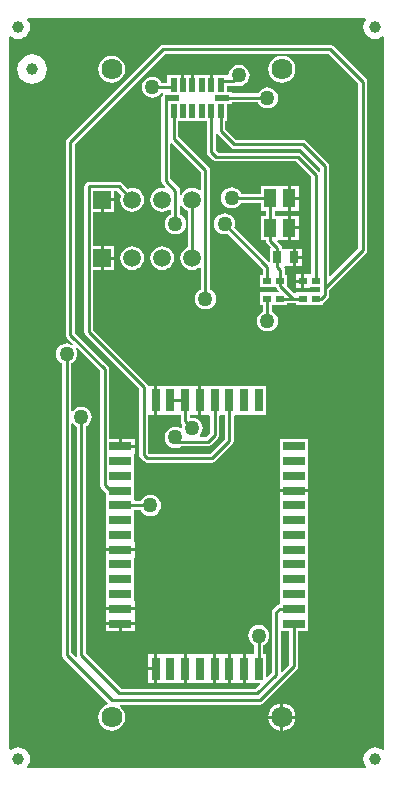
<source format=gbr>
%TF.GenerationSoftware,Altium Limited,Altium Designer,21.1.0 (24)*%
G04 Layer_Physical_Order=1*
G04 Layer_Color=255*
%FSLAX45Y45*%
%MOMM*%
%TF.SameCoordinates,49BA872B-5DCF-458F-AF9B-1BC46ABFEFE7*%
%TF.FilePolarity,Positive*%
%TF.FileFunction,Copper,L1,Top,Signal*%
%TF.Part,Single*%
G01*
G75*
%TA.AperFunction,Conductor*%
%ADD10C,0.25400*%
%TA.AperFunction,SMDPad,CuDef*%
%ADD11R,0.70000X0.60000*%
%ADD12R,0.55000X1.14500*%
%ADD13R,1.14500X0.55000*%
%ADD14R,1.90000X0.70000*%
%ADD15R,0.70000X1.90000*%
%ADD16R,1.10000X1.57000*%
%ADD17R,0.78000X0.99000*%
%TA.AperFunction,WasherPad*%
%ADD18C,0.99000*%
%TA.AperFunction,ComponentPad*%
%ADD19C,1.78500*%
%ADD20C,0.99000*%
%ADD21C,1.50000*%
%ADD22R,1.50000X1.50000*%
%TA.AperFunction,ViaPad*%
%ADD23C,1.27000*%
G36*
X3530431Y6363120D02*
X3519887Y6349379D01*
X3509861Y6325175D01*
X3506442Y6299200D01*
X3509861Y6273225D01*
X3519887Y6249021D01*
X3535836Y6228236D01*
X3556621Y6212287D01*
X3580825Y6202261D01*
X3606800Y6198842D01*
X3632775Y6202261D01*
X3656979Y6212287D01*
X3670720Y6222831D01*
X3683420Y6216568D01*
Y184232D01*
X3670720Y177969D01*
X3656979Y188513D01*
X3632775Y198539D01*
X3606800Y201958D01*
X3580825Y198539D01*
X3556621Y188513D01*
X3535836Y172564D01*
X3519887Y151779D01*
X3509861Y127575D01*
X3506442Y101600D01*
X3509861Y75625D01*
X3519887Y51421D01*
X3530431Y37680D01*
X3524168Y24980D01*
X666832D01*
X660569Y37680D01*
X671113Y51421D01*
X681139Y75625D01*
X684558Y101600D01*
X681139Y127575D01*
X671113Y151779D01*
X655164Y172564D01*
X634379Y188513D01*
X610175Y198539D01*
X584200Y201958D01*
X558225Y198539D01*
X534021Y188513D01*
X522860Y179949D01*
X510160Y186212D01*
Y6214588D01*
X522860Y6220851D01*
X534021Y6212287D01*
X558225Y6202261D01*
X584200Y6198842D01*
X610175Y6202261D01*
X634379Y6212287D01*
X655164Y6228236D01*
X671113Y6249021D01*
X681139Y6273225D01*
X684558Y6299200D01*
X681139Y6325175D01*
X671113Y6349379D01*
X660569Y6363120D01*
X666832Y6375820D01*
X3524168D01*
X3530431Y6363120D01*
D02*
G37*
%LPC*%
G36*
X2817839Y6058508D02*
X2788144Y6054599D01*
X2760473Y6043137D01*
X2736712Y6024904D01*
X2718478Y6001142D01*
X2707017Y5973471D01*
X2703107Y5943776D01*
X2707017Y5914082D01*
X2718478Y5886410D01*
X2736712Y5862649D01*
X2760473Y5844416D01*
X2788144Y5832954D01*
X2817839Y5829045D01*
X2847534Y5832954D01*
X2875205Y5844416D01*
X2898966Y5862649D01*
X2917199Y5886410D01*
X2928661Y5914082D01*
X2932570Y5943776D01*
X2928661Y5973471D01*
X2917199Y6001142D01*
X2898966Y6024904D01*
X2875205Y6043137D01*
X2847534Y6054599D01*
X2817839Y6058508D01*
D02*
G37*
G36*
X1375835D02*
X1346141Y6054599D01*
X1318469Y6043137D01*
X1294708Y6024904D01*
X1276475Y6001142D01*
X1265013Y5973471D01*
X1261104Y5943776D01*
X1265013Y5914082D01*
X1276475Y5886410D01*
X1294708Y5862649D01*
X1318469Y5844416D01*
X1346141Y5832954D01*
X1375835Y5829045D01*
X1405530Y5832954D01*
X1433201Y5844416D01*
X1456963Y5862649D01*
X1475196Y5886410D01*
X1486657Y5914082D01*
X1490567Y5943776D01*
X1486657Y5973471D01*
X1475196Y6001142D01*
X1456963Y6024904D01*
X1433201Y6043137D01*
X1405530Y6054599D01*
X1375835Y6058508D01*
D02*
G37*
G36*
X702837Y6068342D02*
X670597Y6064098D01*
X640554Y6051654D01*
X614755Y6031858D01*
X594959Y6006059D01*
X582515Y5976016D01*
X578271Y5943776D01*
X582515Y5911536D01*
X594959Y5881493D01*
X614755Y5855695D01*
X640554Y5835899D01*
X670597Y5823455D01*
X702837Y5819210D01*
X735077Y5823455D01*
X765120Y5835899D01*
X790918Y5855695D01*
X810714Y5881493D01*
X823158Y5911536D01*
X827403Y5943776D01*
X823158Y5976016D01*
X810714Y6006059D01*
X790918Y6031858D01*
X765120Y6051654D01*
X735077Y6064098D01*
X702837Y6068342D01*
D02*
G37*
G36*
X3226703Y6150072D02*
X1812141D01*
X1797626Y6147184D01*
X1785321Y6138962D01*
X997703Y5351344D01*
X989481Y5339039D01*
X986594Y5324524D01*
Y3696603D01*
X989481Y3682088D01*
X997703Y3669783D01*
X1047641Y3619845D01*
X1039249Y3610276D01*
X1038423Y3610911D01*
X1017015Y3619778D01*
X994043Y3622802D01*
X971070Y3619778D01*
X949663Y3610911D01*
X931280Y3596805D01*
X917175Y3578423D01*
X908308Y3557015D01*
X905283Y3534043D01*
X908308Y3511070D01*
X917175Y3489663D01*
X931280Y3471280D01*
X949663Y3457175D01*
X956114Y3454503D01*
Y987157D01*
X959001Y972642D01*
X967223Y960338D01*
X1346154Y581406D01*
X1346150Y577294D01*
X1342509Y567091D01*
X1318469Y557133D01*
X1294708Y538900D01*
X1276475Y515138D01*
X1265013Y487467D01*
X1261104Y457773D01*
X1265013Y428078D01*
X1276475Y400407D01*
X1294708Y376645D01*
X1318469Y358412D01*
X1346141Y346950D01*
X1375835Y343041D01*
X1405530Y346950D01*
X1433201Y358412D01*
X1456963Y376645D01*
X1475196Y400407D01*
X1486657Y428078D01*
X1490567Y457773D01*
X1486657Y487467D01*
X1475196Y515138D01*
X1456963Y538900D01*
X1443316Y549371D01*
X1447628Y562071D01*
X2632000D01*
X2646515Y564958D01*
X2658820Y573180D01*
X2946182Y860543D01*
X2954404Y872848D01*
X2957292Y887363D01*
Y1190504D01*
X3039498D01*
Y1309503D01*
X3039498D01*
Y1315503D01*
X3039498D01*
Y1427800D01*
X3039498Y1434502D01*
X3039498Y1447202D01*
Y1552804D01*
X3039498Y1559501D01*
X3039498Y1572201D01*
Y1677802D01*
X3039498Y1684504D01*
X3039498Y1697204D01*
Y1802801D01*
X3039498Y1809503D01*
X3039498Y1822203D01*
Y1927804D01*
X3039498Y1934501D01*
X3039498Y1947201D01*
Y2052803D01*
X3039498Y2059505D01*
X3039498Y2072205D01*
Y2177801D01*
X3039498Y2184503D01*
X3039498Y2197203D01*
Y2302279D01*
X3040398Y2314605D01*
X3040398Y2321829D01*
Y2362305D01*
X2799598D01*
Y2321829D01*
X2799598Y2314605D01*
X2800498Y2302279D01*
Y2197203D01*
X2800498Y2190502D01*
X2800498Y2177801D01*
Y2072205D01*
X2800498Y2065503D01*
X2800498Y2052803D01*
Y1947201D01*
X2800498Y1940505D01*
X2800498Y1927804D01*
Y1822203D01*
X2800498Y1815501D01*
X2800498Y1802801D01*
Y1697204D01*
X2800498Y1690503D01*
X2800498Y1677802D01*
Y1572201D01*
X2800498Y1565504D01*
X2800498Y1552804D01*
Y1447202D01*
X2800498Y1440501D01*
X2800498Y1427800D01*
Y1412931D01*
X2797402D01*
X2782887Y1410044D01*
X2770582Y1401822D01*
X2741780Y1373020D01*
X2733558Y1360715D01*
X2730671Y1346200D01*
Y834311D01*
X2693731Y797371D01*
X2681998Y802231D01*
Y988605D01*
X2660426D01*
Y1069128D01*
X2666878Y1071800D01*
X2685260Y1085905D01*
X2699366Y1104288D01*
X2708233Y1125695D01*
X2711257Y1148668D01*
X2708233Y1171641D01*
X2699366Y1193048D01*
X2685260Y1211430D01*
X2666878Y1225536D01*
X2645470Y1234403D01*
X2622498Y1237427D01*
X2599525Y1234403D01*
X2578118Y1225536D01*
X2559735Y1211430D01*
X2545630Y1193048D01*
X2536763Y1171641D01*
X2533738Y1148668D01*
X2536763Y1125695D01*
X2545630Y1104288D01*
X2559735Y1085905D01*
X2578118Y1071800D01*
X2584569Y1069128D01*
Y997586D01*
X2575588Y988605D01*
X2570225D01*
X2557899Y989505D01*
X2550670Y989505D01*
X2510199D01*
Y869105D01*
Y748705D01*
X2550670D01*
X2557899Y748705D01*
X2570225Y749605D01*
X2629372D01*
X2634232Y737872D01*
X2594690Y698329D01*
X1455311D01*
X1155529Y998111D01*
Y2917660D01*
X1161980Y2920332D01*
X1180362Y2934438D01*
X1194468Y2952820D01*
X1203335Y2974227D01*
X1206360Y2997200D01*
X1203335Y3020173D01*
X1194468Y3041580D01*
X1180362Y3059962D01*
X1161980Y3074068D01*
X1140573Y3082935D01*
X1117600Y3085960D01*
X1094627Y3082935D01*
X1073220Y3074068D01*
X1054838Y3059962D01*
X1044672Y3046714D01*
X1031972Y3051025D01*
Y3454503D01*
X1038423Y3457175D01*
X1056805Y3471280D01*
X1070911Y3489663D01*
X1079778Y3511070D01*
X1082802Y3534043D01*
X1079778Y3557015D01*
X1070911Y3578423D01*
X1070277Y3579249D01*
X1079845Y3587641D01*
X1278694Y3388792D01*
Y2426603D01*
X1281581Y2412088D01*
X1289803Y2399783D01*
X1330498Y2359088D01*
Y2322202D01*
X1330498Y2315505D01*
X1330498Y2302805D01*
Y2197203D01*
X1330498Y2190502D01*
X1330498Y2177801D01*
Y2072205D01*
X1330498Y2065503D01*
X1330498Y2052803D01*
Y1947727D01*
X1329598Y1935401D01*
X1329598Y1928177D01*
Y1887701D01*
X1570398D01*
Y1928177D01*
X1570398Y1935401D01*
X1569498Y1947727D01*
Y2052803D01*
X1569498Y2059505D01*
X1569498Y2072205D01*
Y2177801D01*
X1569498Y2184503D01*
X1569498Y2197203D01*
Y2212017D01*
X1624450D01*
X1627145Y2205510D01*
X1641251Y2187127D01*
X1659633Y2173022D01*
X1681041Y2164155D01*
X1704013Y2161130D01*
X1726986Y2164155D01*
X1748393Y2173022D01*
X1766776Y2187127D01*
X1780881Y2205510D01*
X1789749Y2226917D01*
X1792773Y2249890D01*
X1789749Y2272863D01*
X1780881Y2294270D01*
X1766776Y2312652D01*
X1748393Y2326758D01*
X1726986Y2335625D01*
X1704013Y2338649D01*
X1681041Y2335625D01*
X1659633Y2326758D01*
X1641251Y2312652D01*
X1627145Y2294270D01*
X1624496Y2287875D01*
X1578478D01*
X1569498Y2296855D01*
X1569498Y2309502D01*
X1569498Y2322202D01*
Y2427804D01*
X1569498Y2434505D01*
X1569499D01*
Y2440504D01*
X1569498D01*
Y2559503D01*
X1569499D01*
Y2565503D01*
X1569498D01*
Y2684502D01*
X1569499D01*
X1570399Y2689601D01*
X1570398Y2689601D01*
X1570398Y2696829D01*
Y2737301D01*
X1449998D01*
Y2750001D01*
X1437298D01*
Y2810401D01*
X1354552D01*
Y3404503D01*
X1351665Y3419017D01*
X1343443Y3431322D01*
X1062452Y3712313D01*
Y5308814D01*
X1827852Y6074214D01*
X3210992D01*
X3462073Y5823133D01*
Y4424814D01*
X3228105Y4190846D01*
X3216372Y4195706D01*
Y5123712D01*
X3213485Y5138226D01*
X3205263Y5150531D01*
X3022011Y5333782D01*
X3009707Y5342004D01*
X2995192Y5344892D01*
X2429613D01*
X2337933Y5436572D01*
Y5508555D01*
X2352004D01*
Y5648007D01*
X2391553D01*
Y5662079D01*
X2615464D01*
X2618136Y5655627D01*
X2632242Y5637245D01*
X2650625Y5623139D01*
X2672032Y5614272D01*
X2695005Y5611248D01*
X2717977Y5614272D01*
X2739384Y5623139D01*
X2757767Y5637245D01*
X2771873Y5655627D01*
X2780740Y5677035D01*
X2783764Y5700007D01*
X2780740Y5722980D01*
X2771873Y5744387D01*
X2757767Y5762770D01*
X2739384Y5776875D01*
X2717977Y5785743D01*
X2695005Y5788767D01*
X2672032Y5785743D01*
X2650625Y5776875D01*
X2632242Y5762770D01*
X2618136Y5744387D01*
X2615464Y5737936D01*
X2391553D01*
Y5752007D01*
X2352004D01*
Y5802434D01*
X2403743D01*
X2418258Y5805321D01*
X2423450Y5808791D01*
X2431570Y5805428D01*
X2454543Y5802403D01*
X2477515Y5805428D01*
X2498923Y5814295D01*
X2517305Y5828400D01*
X2531411Y5846783D01*
X2540278Y5868190D01*
X2543302Y5891163D01*
X2540278Y5914135D01*
X2531411Y5935543D01*
X2517305Y5953925D01*
X2498923Y5968031D01*
X2477515Y5976898D01*
X2454543Y5979922D01*
X2431570Y5976898D01*
X2410163Y5968031D01*
X2391780Y5953925D01*
X2377675Y5935543D01*
X2368808Y5914135D01*
X2366801Y5898891D01*
X2354247Y5890412D01*
X2353420Y5890358D01*
X2352004Y5890891D01*
Y5891455D01*
X2272904D01*
Y5892355D01*
X2232704D01*
Y5809705D01*
X2207304D01*
Y5892355D01*
X2167104D01*
Y5891455D01*
X2112904D01*
Y5892355D01*
X2072705D01*
Y5809705D01*
X2047305D01*
Y5892355D01*
X1992705D01*
Y5809705D01*
X1967305D01*
Y5892355D01*
X1927105D01*
Y5891455D01*
X1848005D01*
Y5830032D01*
X1800023D01*
X1797351Y5836483D01*
X1783245Y5854865D01*
X1764863Y5868971D01*
X1743455Y5877838D01*
X1720483Y5880862D01*
X1697510Y5877838D01*
X1676103Y5868971D01*
X1657720Y5854865D01*
X1643615Y5836483D01*
X1634748Y5815075D01*
X1631723Y5792103D01*
X1634748Y5769130D01*
X1643615Y5747723D01*
X1657720Y5729340D01*
X1676103Y5715235D01*
X1697510Y5706368D01*
X1720483Y5703343D01*
X1743455Y5706368D01*
X1764863Y5715235D01*
X1783245Y5729340D01*
X1795756Y5745644D01*
X1803909Y5744481D01*
X1808456Y5742234D01*
Y5727156D01*
X1807963Y5726827D01*
X1799741Y5714522D01*
X1796854Y5700007D01*
Y4997083D01*
X1799741Y4982568D01*
X1807963Y4970263D01*
X1829834Y4948392D01*
X1823902Y4936363D01*
X1803404Y4939062D01*
X1777429Y4935642D01*
X1753224Y4925617D01*
X1732440Y4909668D01*
X1716491Y4888883D01*
X1706465Y4864678D01*
X1703045Y4838704D01*
X1706465Y4812729D01*
X1716491Y4788524D01*
X1732440Y4767740D01*
X1753224Y4751791D01*
X1777429Y4741765D01*
X1803404Y4738345D01*
X1829378Y4741765D01*
X1853583Y4751791D01*
X1865434Y4760884D01*
X1878134Y4754621D01*
Y4713403D01*
X1871683Y4710731D01*
X1853300Y4696625D01*
X1839195Y4678243D01*
X1830328Y4656835D01*
X1827303Y4633863D01*
X1830328Y4610890D01*
X1839195Y4589483D01*
X1853300Y4571100D01*
X1871683Y4556995D01*
X1893090Y4548128D01*
X1916063Y4545103D01*
X1939035Y4548128D01*
X1960443Y4556995D01*
X1978825Y4571100D01*
X1992931Y4589483D01*
X2001798Y4610890D01*
X2004822Y4633863D01*
X2001798Y4656835D01*
X1992931Y4678243D01*
X1978825Y4696625D01*
X1960443Y4710731D01*
X1953992Y4713403D01*
Y4795170D01*
X1966692Y4797696D01*
X1970491Y4788524D01*
X1986440Y4767740D01*
X2007224Y4751791D01*
X2019475Y4746716D01*
Y4590689D01*
X2019471Y4435387D01*
X2007219Y4430311D01*
X1986434Y4414363D01*
X1970486Y4393578D01*
X1960460Y4369373D01*
X1957040Y4343398D01*
X1960460Y4317424D01*
X1970486Y4293219D01*
X1986434Y4272434D01*
X2007219Y4256486D01*
X2031424Y4246460D01*
X2057398Y4243040D01*
X2083373Y4246460D01*
X2107578Y4256486D01*
X2119434Y4265583D01*
X2132134Y4259320D01*
Y4078403D01*
X2125683Y4075731D01*
X2107300Y4061625D01*
X2093195Y4043243D01*
X2084328Y4021835D01*
X2081303Y3998863D01*
X2084328Y3975890D01*
X2093195Y3954483D01*
X2107300Y3936100D01*
X2125683Y3921995D01*
X2147090Y3913128D01*
X2170063Y3910103D01*
X2193035Y3913128D01*
X2214443Y3921995D01*
X2232825Y3936100D01*
X2246931Y3954483D01*
X2255798Y3975890D01*
X2258822Y3998863D01*
X2255798Y4021835D01*
X2246931Y4043243D01*
X2232825Y4061625D01*
X2214443Y4075731D01*
X2207992Y4078403D01*
Y5085983D01*
X2205104Y5100498D01*
X2196882Y5112803D01*
X1937934Y5371751D01*
Y5508555D01*
X2182075D01*
Y5242528D01*
X2184963Y5228013D01*
X2192045Y5217413D01*
X2193184Y5215708D01*
X2200272Y5207915D01*
X2200622Y5208265D01*
X2235709Y5173179D01*
X2248014Y5164957D01*
X2262529Y5162069D01*
X2934290D01*
X3067072Y5029287D01*
Y4207888D01*
X3055404Y4205398D01*
X3055404Y4205398D01*
X3055403Y4205398D01*
X3007704D01*
Y4149998D01*
Y4094598D01*
X3055404D01*
Y4095498D01*
X3140514D01*
Y4054496D01*
X2935504D01*
Y4051721D01*
X2922804Y4046460D01*
X2864502Y4104762D01*
Y4204498D01*
X2842931D01*
Y4244999D01*
X2840043Y4259514D01*
X2837519Y4263292D01*
X2843496Y4275976D01*
X2855603Y4275092D01*
X2855830Y4275092D01*
X2907303D01*
Y4349992D01*
X2920003D01*
D01*
X2907303D01*
Y4424892D01*
X2855830D01*
X2855603Y4424893D01*
X2843278Y4423993D01*
X2842903Y4423992D01*
X2817932D01*
Y4430002D01*
X2815045Y4444517D01*
X2806823Y4456822D01*
X2778379Y4485266D01*
X2783239Y4496999D01*
X2788273D01*
X2800599Y4496099D01*
X2810825Y4496099D01*
X2868299D01*
Y4599999D01*
Y4703899D01*
X2810825D01*
X2800599Y4703900D01*
X2788273Y4702999D01*
X2756926D01*
Y4746996D01*
X2788273D01*
X2800599Y4746096D01*
X2810825Y4746096D01*
X2868299D01*
Y4849996D01*
Y4953896D01*
X2810825D01*
X2800599Y4953897D01*
X2788273Y4952996D01*
X2639497D01*
Y4887925D01*
X2472864D01*
X2468099Y4899431D01*
X2453993Y4917813D01*
X2435611Y4931919D01*
X2414203Y4940786D01*
X2391231Y4943811D01*
X2368258Y4940786D01*
X2346851Y4931919D01*
X2328468Y4917813D01*
X2314363Y4899431D01*
X2305496Y4878024D01*
X2302471Y4855051D01*
X2305496Y4832078D01*
X2314363Y4810671D01*
X2328468Y4792289D01*
X2346851Y4778183D01*
X2368258Y4769316D01*
X2391231Y4766291D01*
X2414203Y4769316D01*
X2435611Y4778183D01*
X2453993Y4792289D01*
X2468099Y4810671D01*
X2468677Y4812068D01*
X2639497D01*
Y4746996D01*
X2681069D01*
Y4702999D01*
X2639497D01*
Y4496999D01*
X2681069D01*
Y4491008D01*
X2683956Y4476493D01*
X2692178Y4464188D01*
X2721151Y4435215D01*
X2716503Y4423992D01*
X2716503D01*
Y4319377D01*
X2704770Y4314517D01*
X2414848Y4604439D01*
X2417520Y4610890D01*
X2420544Y4633863D01*
X2417520Y4656835D01*
X2408653Y4678243D01*
X2394547Y4696625D01*
X2376164Y4710731D01*
X2354757Y4719598D01*
X2331785Y4722622D01*
X2308812Y4719598D01*
X2287405Y4710731D01*
X2269022Y4696625D01*
X2254916Y4678243D01*
X2246049Y4656835D01*
X2243025Y4633863D01*
X2246049Y4610890D01*
X2254916Y4589483D01*
X2269022Y4571100D01*
X2287405Y4556995D01*
X2308812Y4548128D01*
X2331785Y4545103D01*
X2354757Y4548128D01*
X2361208Y4550800D01*
X2657076Y4254932D01*
Y4204498D01*
X2635505D01*
Y4095498D01*
X2770368D01*
X2778182Y4083803D01*
X2795756Y4066229D01*
X2790896Y4054496D01*
X2635505D01*
Y3945496D01*
X2657076D01*
Y3891281D01*
X2650625Y3888609D01*
X2632242Y3874503D01*
X2618136Y3856121D01*
X2609269Y3834714D01*
X2606245Y3811741D01*
X2609269Y3788768D01*
X2618136Y3767361D01*
X2632242Y3748979D01*
X2650625Y3734873D01*
X2672032Y3726006D01*
X2695005Y3722981D01*
X2717977Y3726006D01*
X2739384Y3734873D01*
X2757767Y3748979D01*
X2771873Y3767361D01*
X2780740Y3788768D01*
X2783764Y3811741D01*
X2780740Y3834714D01*
X2771873Y3856121D01*
X2757767Y3874503D01*
X2739384Y3888609D01*
X2732933Y3891281D01*
Y3945496D01*
X2864502D01*
Y3962067D01*
X2935504D01*
Y3945496D01*
X3164501D01*
Y3964956D01*
X3164515Y3964959D01*
X3176819Y3973181D01*
X3205263Y4001624D01*
X3213485Y4013929D01*
X3216372Y4028444D01*
Y4071834D01*
X3526821Y4382284D01*
X3535043Y4394588D01*
X3537930Y4409103D01*
Y5838844D01*
X3535043Y5853358D01*
X3526821Y5865663D01*
X3253522Y6138962D01*
X3241218Y6147184D01*
X3226703Y6150072D01*
D02*
G37*
G36*
X2893699Y4953896D02*
Y4862696D01*
X2961398D01*
Y4953896D01*
X2893699D01*
D02*
G37*
G36*
X2961398Y4837296D02*
X2893699D01*
Y4746096D01*
X2961398D01*
Y4837296D01*
D02*
G37*
G36*
X1436744Y4989292D02*
X1182003D01*
X1167488Y4986404D01*
X1155183Y4978182D01*
X1146961Y4965878D01*
X1144074Y4951363D01*
Y3716923D01*
X1146961Y3702408D01*
X1155183Y3690103D01*
X1608894Y3236392D01*
Y2680603D01*
X1611781Y2666088D01*
X1620003Y2653783D01*
X1650483Y2623303D01*
X1662788Y2615081D01*
X1677303Y2612194D01*
X2227721D01*
X2242236Y2615081D01*
X2254540Y2623303D01*
X2399321Y2768083D01*
X2407543Y2780388D01*
X2410430Y2794903D01*
Y3010623D01*
X2419410Y3019603D01*
X2432001Y3019603D01*
X2444701Y3019603D01*
X2550297D01*
X2556999Y3019603D01*
X2569699Y3019603D01*
X2681998D01*
Y3258603D01*
X2569699D01*
X2562998Y3258603D01*
X2550297Y3258603D01*
X2444701D01*
X2437999Y3258603D01*
X2425299Y3258603D01*
X2319702D01*
X2313001Y3258603D01*
X2300300Y3258603D01*
X2195225D01*
X2182899Y3259503D01*
X2175675Y3259503D01*
X2135199D01*
Y3139103D01*
Y3018703D01*
X2175675D01*
X2182899Y3018703D01*
X2195225Y3019603D01*
X2200593D01*
X2209573Y3010623D01*
Y2864609D01*
X2173890Y2828925D01*
X2124614D01*
X2121912Y2836885D01*
X2121268Y2841625D01*
X2135171Y2859743D01*
X2144038Y2881150D01*
X2147062Y2904123D01*
X2144038Y2927095D01*
X2135171Y2948503D01*
X2121065Y2966885D01*
X2102683Y2980991D01*
X2081275Y2989858D01*
X2058303Y2992882D01*
X2044978Y2991128D01*
X2036652Y2998429D01*
X2036377Y3011571D01*
X2044409Y3019603D01*
X2049773D01*
X2062099Y3018703D01*
X2069328Y3018703D01*
X2109799D01*
Y3139103D01*
Y3259503D01*
X2069328D01*
X2062099Y3259503D01*
X2049773Y3258603D01*
X1938001D01*
Y3258604D01*
X1932001D01*
Y3258603D01*
X1820224D01*
X1807898Y3259503D01*
X1800674Y3259503D01*
X1760198D01*
Y3139103D01*
Y3018703D01*
X1800674D01*
X1807898Y3018703D01*
X1820224Y3019603D01*
X1932001D01*
Y3019603D01*
X1938001D01*
Y3019603D01*
X1959571D01*
Y2964925D01*
X1962459Y2950410D01*
X1970681Y2938106D01*
X1975240Y2933547D01*
X1972568Y2927095D01*
X1970398Y2910620D01*
X1966731Y2907537D01*
X1957956Y2903605D01*
X1957249Y2903574D01*
X1939035Y2911118D01*
X1916063Y2914142D01*
X1893090Y2911118D01*
X1871683Y2902251D01*
X1853300Y2888145D01*
X1839195Y2869763D01*
X1830328Y2848355D01*
X1827303Y2825383D01*
X1830328Y2802410D01*
X1839195Y2781003D01*
X1853300Y2762620D01*
X1871683Y2748515D01*
X1893090Y2739648D01*
X1916063Y2736623D01*
X1939035Y2739648D01*
X1960443Y2748515D01*
X1966376Y2753067D01*
X2189600D01*
X2204115Y2755955D01*
X2216420Y2764177D01*
X2274322Y2822078D01*
X2282544Y2834383D01*
X2285431Y2848898D01*
Y3010623D01*
X2294411Y3019603D01*
X2307002Y3019603D01*
X2319702Y3019603D01*
X2334572D01*
Y2810613D01*
X2212010Y2688052D01*
X1693013D01*
X1684752Y2696313D01*
Y3006975D01*
X1687098Y3018703D01*
X1697452Y3018703D01*
X1734798D01*
Y3139103D01*
Y3259503D01*
X1691222Y3259503D01*
X1682153Y3266399D01*
X1680076Y3269294D01*
X1673643Y3278922D01*
X1219932Y3732633D01*
Y4242999D01*
X1282698D01*
Y4343398D01*
Y4443798D01*
X1219932D01*
Y4738304D01*
X1282704D01*
Y4838704D01*
X1295404D01*
Y4851404D01*
X1395803D01*
Y4913434D01*
X1421034D01*
X1457539Y4876929D01*
X1452465Y4864678D01*
X1449045Y4838704D01*
X1452465Y4812729D01*
X1462491Y4788524D01*
X1478440Y4767740D01*
X1499224Y4751791D01*
X1523429Y4741765D01*
X1549404Y4738345D01*
X1575378Y4741765D01*
X1599583Y4751791D01*
X1620368Y4767740D01*
X1636317Y4788524D01*
X1646342Y4812729D01*
X1649762Y4838704D01*
X1646342Y4864678D01*
X1636317Y4888883D01*
X1620368Y4909668D01*
X1599583Y4925617D01*
X1575378Y4935642D01*
X1549404Y4939062D01*
X1523429Y4935642D01*
X1511178Y4930568D01*
X1463564Y4978182D01*
X1451259Y4986404D01*
X1436744Y4989292D01*
D02*
G37*
G36*
X1395803Y4826004D02*
X1308104D01*
Y4738304D01*
X1395803D01*
Y4826004D01*
D02*
G37*
G36*
X2893699Y4703899D02*
Y4612699D01*
X2961398D01*
Y4703899D01*
X2893699D01*
D02*
G37*
G36*
X2961398Y4587299D02*
X2893699D01*
Y4496099D01*
X2961398D01*
Y4587299D01*
D02*
G37*
G36*
X2932703Y4424892D02*
Y4362692D01*
X2984403D01*
Y4424892D01*
X2932703D01*
D02*
G37*
G36*
X1395798Y4443798D02*
X1308098D01*
Y4356098D01*
X1395798D01*
Y4443798D01*
D02*
G37*
G36*
X2984403Y4337292D02*
X2932703D01*
Y4275092D01*
X2984403D01*
Y4337292D01*
D02*
G37*
G36*
X1803398Y4443757D02*
X1777424Y4440337D01*
X1753219Y4430311D01*
X1732434Y4414363D01*
X1716486Y4393578D01*
X1706460Y4369373D01*
X1703040Y4343398D01*
X1706460Y4317424D01*
X1716486Y4293219D01*
X1732434Y4272434D01*
X1753219Y4256486D01*
X1777424Y4246460D01*
X1803398Y4243040D01*
X1829373Y4246460D01*
X1853578Y4256486D01*
X1874363Y4272434D01*
X1890311Y4293219D01*
X1900337Y4317424D01*
X1903757Y4343398D01*
X1900337Y4369373D01*
X1890311Y4393578D01*
X1874363Y4414363D01*
X1853578Y4430311D01*
X1829373Y4440337D01*
X1803398Y4443757D01*
D02*
G37*
G36*
X1549398D02*
X1523424Y4440337D01*
X1499219Y4430311D01*
X1478434Y4414363D01*
X1462486Y4393578D01*
X1452460Y4369373D01*
X1449040Y4343398D01*
X1452460Y4317424D01*
X1462486Y4293219D01*
X1478434Y4272434D01*
X1499219Y4256486D01*
X1523424Y4246460D01*
X1549398Y4243040D01*
X1575373Y4246460D01*
X1599578Y4256486D01*
X1620363Y4272434D01*
X1636311Y4293219D01*
X1646337Y4317424D01*
X1649757Y4343398D01*
X1646337Y4369373D01*
X1636311Y4393578D01*
X1620363Y4414363D01*
X1599578Y4430311D01*
X1575373Y4440337D01*
X1549398Y4443757D01*
D02*
G37*
G36*
X1395798Y4330698D02*
X1308098D01*
Y4242999D01*
X1395798D01*
Y4330698D01*
D02*
G37*
G36*
X2982304Y4205398D02*
X2934604D01*
Y4162698D01*
X2982304D01*
Y4205398D01*
D02*
G37*
G36*
Y4137298D02*
X2934604D01*
Y4094598D01*
X2982304D01*
Y4137298D01*
D02*
G37*
G36*
X1570398Y2810401D02*
X1462698D01*
Y2762701D01*
X1570398D01*
Y2810401D01*
D02*
G37*
G36*
X3039498Y2809501D02*
X2800498D01*
Y2697202D01*
X2800498Y2690501D01*
X2800498Y2677800D01*
Y2572204D01*
X2800498Y2565502D01*
X2800498Y2552802D01*
Y2447731D01*
X2799598Y2435405D01*
X2799598Y2428176D01*
Y2387705D01*
X3040398D01*
Y2428176D01*
X3040398Y2435405D01*
X3039498Y2447731D01*
Y2552802D01*
X3039498Y2559504D01*
X3039498Y2572204D01*
Y2677800D01*
X3039498Y2684502D01*
X3039498Y2697202D01*
Y2809501D01*
D02*
G37*
G36*
X1570398Y1862301D02*
X1329598D01*
Y1821830D01*
X1329598Y1814601D01*
X1330498Y1802275D01*
Y1697204D01*
X1330498Y1690503D01*
X1330498Y1677802D01*
Y1572201D01*
X1330498Y1565504D01*
X1330498Y1552804D01*
Y1447728D01*
X1329598Y1435402D01*
X1329598Y1428173D01*
Y1387702D01*
X1570398D01*
Y1428173D01*
X1570398Y1435402D01*
X1569498Y1447728D01*
Y1552804D01*
X1569498Y1559501D01*
X1569498Y1572201D01*
Y1677802D01*
X1569498Y1684504D01*
X1569498Y1697204D01*
Y1802275D01*
X1570398Y1814601D01*
X1570398Y1821830D01*
Y1862301D01*
D02*
G37*
G36*
Y1362302D02*
X1329598D01*
Y1323104D01*
X1329598Y1314602D01*
X1329598Y1301902D01*
Y1262704D01*
X1570398D01*
Y1301902D01*
X1570398Y1310404D01*
X1570398Y1323104D01*
Y1362302D01*
D02*
G37*
G36*
Y1237304D02*
X1462698D01*
Y1189604D01*
X1570398D01*
Y1237304D01*
D02*
G37*
G36*
X1437298D02*
X1329598D01*
Y1189604D01*
X1437298D01*
Y1237304D01*
D02*
G37*
G36*
X2437099Y989505D02*
X2424399Y989505D01*
X2385201D01*
Y869105D01*
Y748705D01*
X2424399D01*
X2432901Y748705D01*
X2445601Y748705D01*
X2484799D01*
Y869105D01*
Y989505D01*
X2445601D01*
X2437099Y989505D01*
D02*
G37*
G36*
X2312101D02*
X2299401Y989505D01*
X2260202D01*
Y869105D01*
Y748705D01*
X2299401D01*
X2307902Y748705D01*
X2320602Y748705D01*
X2359801D01*
Y869105D01*
Y989505D01*
X2320602D01*
X2312101Y989505D01*
D02*
G37*
G36*
X2057900D02*
X2050671Y989505D01*
X2010200D01*
Y869105D01*
Y748705D01*
X2050671D01*
X2057900Y748705D01*
X2070226Y749605D01*
X2174776D01*
X2187102Y748705D01*
X2194326Y748705D01*
X2234802D01*
Y869105D01*
Y989505D01*
X2194326D01*
X2187102Y989505D01*
X2174776Y988605D01*
X2070226D01*
X2057900Y989505D01*
D02*
G37*
G36*
X1734798Y989505D02*
X1687098D01*
Y881805D01*
X1734798D01*
Y989505D01*
D02*
G37*
G36*
X1807898Y989505D02*
X1800674Y989505D01*
X1760198D01*
Y869105D01*
Y748705D01*
X1800674D01*
X1807898Y748705D01*
X1820224Y749605D01*
X1924774D01*
X1937100Y748705D01*
X1944329Y748705D01*
X1984800D01*
Y869105D01*
Y989505D01*
X1944329D01*
X1937100Y989505D01*
X1924774Y988605D01*
X1820224D01*
X1807898Y989505D01*
D02*
G37*
G36*
X1734798Y856405D02*
X1687098D01*
Y748705D01*
X1734798D01*
Y856405D01*
D02*
G37*
G36*
X2830539Y571740D02*
Y470473D01*
X2931806D01*
X2929538Y487702D01*
X2917986Y515592D01*
X2899608Y539542D01*
X2875658Y557919D01*
X2847768Y569472D01*
X2830539Y571740D01*
D02*
G37*
G36*
X2805139D02*
X2787909Y569472D01*
X2760019Y557919D01*
X2736069Y539542D01*
X2717692Y515592D01*
X2706140Y487702D01*
X2703872Y470473D01*
X2805139D01*
Y571740D01*
D02*
G37*
G36*
X2931806Y445073D02*
X2830539D01*
Y343805D01*
X2847768Y346073D01*
X2875658Y357626D01*
X2899608Y376003D01*
X2917986Y399953D01*
X2929538Y427843D01*
X2931806Y445073D01*
D02*
G37*
G36*
X2805139D02*
X2703872D01*
X2706140Y427843D01*
X2717692Y399953D01*
X2736069Y376003D01*
X2760019Y357626D01*
X2787909Y346073D01*
X2805139Y343805D01*
Y445073D01*
D02*
G37*
%LPD*%
G36*
X2273184Y5394042D02*
X2387083Y5280143D01*
X2399388Y5271921D01*
X2413903Y5269034D01*
X2979481D01*
X3140514Y5108001D01*
Y5081085D01*
X3127814Y5075824D01*
X2976820Y5226818D01*
X2964515Y5235040D01*
X2950000Y5237927D01*
X2278240D01*
X2257933Y5258233D01*
Y5394008D01*
X2270633Y5397860D01*
X2273184Y5394042D01*
D02*
G37*
G36*
X2132134Y5070272D02*
Y4922786D01*
X2119434Y4916523D01*
X2107583Y4925617D01*
X2083378Y4935642D01*
X2057404Y4939062D01*
X2031429Y4935642D01*
X2007224Y4925617D01*
X1986440Y4909668D01*
X1970491Y4888883D01*
X1966692Y4879711D01*
X1953992Y4882237D01*
Y4915803D01*
X1951104Y4930318D01*
X1942882Y4942623D01*
X1872712Y5012793D01*
Y5311734D01*
X1885412Y5316995D01*
X2132134Y5070272D01*
D02*
G37*
G36*
X1054838Y2934438D02*
X1073220Y2920332D01*
X1079671Y2917660D01*
Y982400D01*
X1081973Y970827D01*
X1071453Y963386D01*
X1031972Y1002868D01*
Y2943375D01*
X1044672Y2947686D01*
X1054838Y2934438D01*
D02*
G37*
G36*
X2881434Y903073D02*
X2818262Y839901D01*
X2806529Y844762D01*
Y1190504D01*
X2881434D01*
Y903073D01*
D02*
G37*
D10*
X2227443Y5235089D02*
G03*
X2227444Y5235088I17961J17960D01*
G01*
X2695005Y3810903D02*
Y3999996D01*
X1117600Y982400D02*
X1439600Y660400D01*
X2610400D01*
X2768600Y818600D01*
Y1346200D02*
X2797402Y1375002D01*
X2919998D01*
X2768600Y818600D02*
Y1346200D01*
X2632000Y600000D02*
X2919363Y887363D01*
X994043Y987157D02*
X1381200Y600000D01*
X2632000D01*
X2919363Y887363D02*
Y1250004D01*
X994043Y987157D02*
Y3534043D01*
X1117600Y982400D02*
Y2997200D01*
X2331785Y4633863D02*
X2695005Y4270643D01*
X2718997Y4491008D02*
Y4599999D01*
Y4491008D02*
X2780003Y4430002D01*
X2695005Y4149998D02*
Y4270643D01*
X2280985Y4633863D02*
X2331785D01*
X2170063Y3998863D02*
Y5085983D01*
X1900005Y5356041D02*
X2170063Y5085983D01*
X2227441Y5235086D02*
X2262529Y5199998D01*
X1834783Y4997083D02*
Y5700007D01*
X1720483Y5792103D02*
X1900005D01*
X2300004Y5840363D02*
X2403743D01*
X2780003Y4349992D02*
Y4430002D01*
Y4269998D02*
X2805002Y4244999D01*
X2780003Y4269998D02*
Y4349992D01*
X2805002Y4149998D02*
Y4244999D01*
X2718997Y4599999D02*
Y4849996D01*
X3105006Y4000001D02*
X3150000D01*
X3105001Y3999996D02*
X3105006Y4000001D01*
X3178443Y4028444D02*
Y4087544D01*
X3150000Y4000001D02*
X3178443Y4028444D01*
X2220004Y5242528D02*
Y5590305D01*
Y5242528D02*
X2227441Y5235091D01*
X2262529Y5199998D02*
X2950000D01*
X3105001Y5044997D01*
X2300004Y5420861D02*
X2413903Y5306963D01*
X2300004Y5420861D02*
Y5590305D01*
X2413903Y5306963D02*
X2995192D01*
X3105001Y4149998D02*
Y5044997D01*
X2995192Y5306963D02*
X3178443Y5123712D01*
X2396285Y4849996D02*
X2718997D01*
X2391231Y4855051D02*
X2396285Y4849996D01*
X3226703Y6112143D02*
X3500002Y5838844D01*
X3178443Y4087544D02*
X3500002Y4409103D01*
Y5838844D01*
X1812141Y6112143D02*
X3226703D01*
X1024523Y5324524D02*
X1812141Y6112143D01*
X1024523Y3696603D02*
Y5324524D01*
X1916063Y4633863D02*
Y4915803D01*
X1834783Y4997083D02*
X1916063Y4915803D01*
X1834783Y5700007D02*
X1890206D01*
X1449998Y2250002D02*
X1450054Y2249946D01*
X1703957D01*
X1704013Y2249890D01*
X3178443Y4087544D02*
Y5123712D01*
X2403743Y5840363D02*
X2454543Y5891163D01*
X2300004Y5809705D02*
Y5840363D01*
X2915629Y3999996D02*
X2995004D01*
X2805002D02*
X2915629D01*
X2919363Y1250004D02*
X2919998D01*
X2309803Y5700007D02*
X2695005D01*
X2622498Y869105D02*
Y1148668D01*
X1900005Y5356041D02*
Y5590305D01*
X2247502Y2848898D02*
Y3139103D01*
X2189600Y2790996D02*
X2247502Y2848898D01*
X1950449Y2790996D02*
X2189600D01*
X1916063Y2825383D02*
X1950449Y2790996D01*
X1997500Y2964925D02*
Y3139103D01*
Y2964925D02*
X2058303Y2904123D01*
X1368220Y2375005D02*
X1449998D01*
X1316623Y2426603D02*
X1368220Y2375005D01*
X1316623Y2426603D02*
Y3404503D01*
X1024523Y3696603D02*
X1316623Y3404503D01*
X3105001Y3999996D02*
Y4014103D01*
X1436744Y4951363D02*
X1549404Y4838704D01*
X1182003Y4951363D02*
X1436744D01*
X1182003Y3716923D02*
Y4951363D01*
Y3716923D02*
X1646823Y3252103D01*
Y2680603D02*
Y3252103D01*
Y2680603D02*
X1677303Y2650123D01*
X2227721D01*
X2372501Y2794903D01*
Y3139103D01*
X1900005Y5792103D02*
Y5809705D01*
X1872502Y3139103D02*
X1997500D01*
X2057398Y4343398D02*
X2057404Y4590688D01*
Y4838704D01*
X2805002Y4110623D02*
Y4149998D01*
Y4110623D02*
X2915629Y3999996D01*
D11*
X2805002Y4149998D02*
D03*
X2695005D02*
D03*
X2995004D02*
D03*
X3105001D02*
D03*
Y3999996D02*
D03*
X2995004D02*
D03*
X2695005D02*
D03*
X2805002D02*
D03*
D12*
X2300004Y5809705D02*
D03*
X2220004D02*
D03*
X2140004D02*
D03*
X2060005D02*
D03*
X1980005D02*
D03*
X1900005D02*
D03*
Y5590305D02*
D03*
X1980005D02*
D03*
X2060005D02*
D03*
X2140004D02*
D03*
X2220004D02*
D03*
X2300004D02*
D03*
D13*
X1890206Y5700007D02*
D03*
X2309803D02*
D03*
D14*
X1449998Y2750001D02*
D03*
Y2625002D02*
D03*
Y2500004D02*
D03*
Y2375005D02*
D03*
Y2250002D02*
D03*
Y2125003D02*
D03*
Y2000005D02*
D03*
Y1875001D02*
D03*
Y1750003D02*
D03*
Y1625004D02*
D03*
Y1500001D02*
D03*
Y1375002D02*
D03*
Y1250004D02*
D03*
X2919998D02*
D03*
Y1375002D02*
D03*
Y1500001D02*
D03*
Y1625004D02*
D03*
Y1750003D02*
D03*
Y1875001D02*
D03*
Y2000005D02*
D03*
Y2125003D02*
D03*
Y2250002D02*
D03*
Y2375005D02*
D03*
Y2500004D02*
D03*
Y2625002D02*
D03*
Y2750001D02*
D03*
D15*
X1747498Y869105D02*
D03*
X1872502D02*
D03*
X1997500D02*
D03*
X2122499D02*
D03*
X2247502D02*
D03*
X2372501D02*
D03*
X2497499D02*
D03*
X2622498D02*
D03*
Y3139103D02*
D03*
X2497499D02*
D03*
X2372501D02*
D03*
X2247502D02*
D03*
X2122499D02*
D03*
X1997500D02*
D03*
X1872502D02*
D03*
X1747498D02*
D03*
D16*
X2880999Y4849996D02*
D03*
X2718997D02*
D03*
X2880999Y4599999D02*
D03*
X2718997D02*
D03*
D17*
X2920003Y4349992D02*
D03*
X2780003D02*
D03*
D18*
X584200Y101600D02*
D03*
X3606800D02*
D03*
Y6299200D02*
D03*
X584200D02*
D03*
D19*
X1375835Y5943776D02*
D03*
X2817839D02*
D03*
Y457773D02*
D03*
X1375835D02*
D03*
D20*
X702837Y5943776D02*
D03*
D21*
X2057398Y4343398D02*
D03*
X1803398D02*
D03*
X1549398D02*
D03*
X2057404Y4838704D02*
D03*
X1803404D02*
D03*
X1549404D02*
D03*
D22*
X1295398Y4343398D02*
D03*
X1295404Y4838704D02*
D03*
D23*
X2695005Y3811741D02*
D03*
X1117600Y2997200D02*
D03*
X2331785Y4633863D02*
D03*
X2391231Y4855051D02*
D03*
X1916063Y4633863D02*
D03*
X1704013Y2249890D02*
D03*
X2454543Y5891163D02*
D03*
X994043Y3534043D02*
D03*
X2695005Y5700007D02*
D03*
X2622498Y1148668D02*
D03*
X2170063Y3998863D02*
D03*
X1916063Y2825383D02*
D03*
X2058303Y2904123D02*
D03*
X1720483Y5792103D02*
D03*
%TF.MD5,09f20819469bcfb60ffc388f28b70082*%
M02*

</source>
